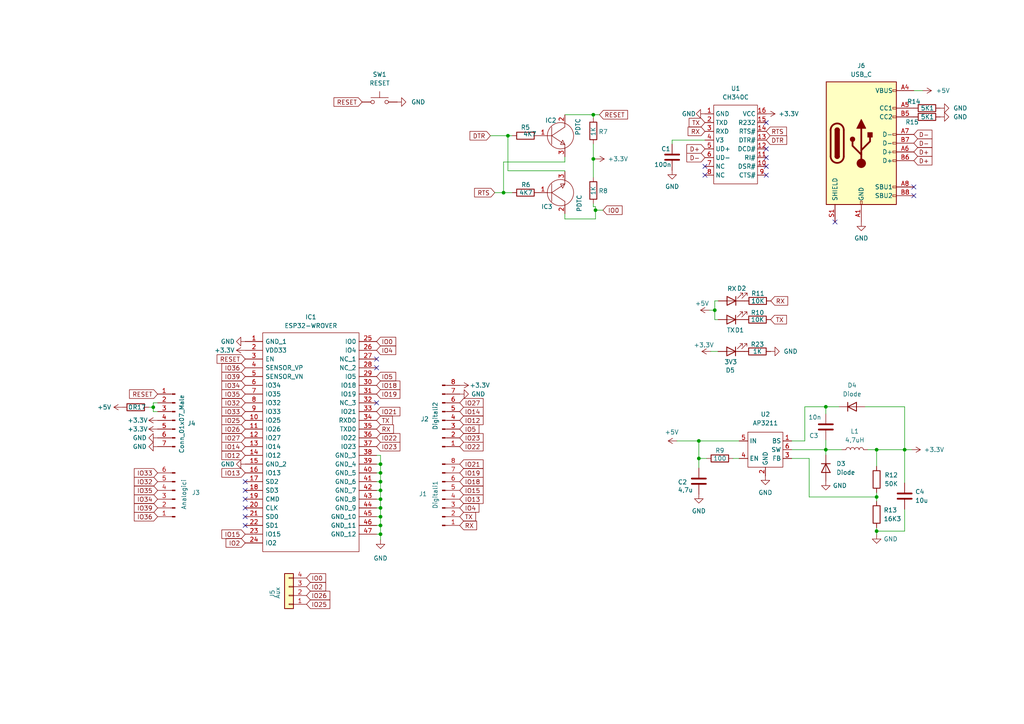
<source format=kicad_sch>
(kicad_sch (version 20231120) (generator "eeschema") (generator_version "8.0")
  (paper "A4")
  (lib_symbols
    (symbol "Componenti creati:CH340C"
      (property "Reference" "U" (at 0 11.43 0))
      (property "Value" "CH340C" (at 0 8.89 0))
      (symbol "CH340C_0_1"
        (rectangle (start -6.35 7.62) (end 6.35 -15.24))
      )
      (symbol "CH340C_1_1"
        (pin input line (at -8.89 5.08 0) (length 2.54) (name "GND") (number "1"))
        (pin input line (at 8.89 -10.16 180) (length 2.54) (name "DSR#") (number "10"))
        (pin input line (at 8.89 -7.62 180) (length 2.54) (name "RI#") (number "11"))
        (pin input line (at 8.89 -5.08 180) (length 2.54) (name "DCD#") (number "12"))
        (pin input line (at 8.89 -2.54 180) (length 2.54) (name "DTR#") (number "13"))
        (pin input line (at 8.89 0 180) (length 2.54) (name "RTS#") (number "14"))
        (pin input line (at 8.89 2.54 180) (length 2.54) (name "R232") (number "15"))
        (pin input line (at 8.89 5.08 180) (length 2.54) (name "VCC") (number "16"))
        (pin input line (at -8.89 2.54 0) (length 2.54) (name "TXD") (number "2"))
        (pin input line (at -8.89 0 0) (length 2.54) (name "RXD") (number "3"))
        (pin input line (at -8.89 -2.54 0) (length 2.54) (name "V3") (number "4"))
        (pin input line (at -8.89 -5.08 0) (length 2.54) (name "UD+") (number "5"))
        (pin input line (at -8.89 -7.62 0) (length 2.54) (name "UD-") (number "6"))
        (pin input line (at -8.89 -10.16 0) (length 2.54) (name "NC") (number "7"))
        (pin input line (at -8.89 -12.7 0) (length 2.54) (name "NC") (number "8"))
        (pin input line (at 8.89 -12.7 180) (length 2.54) (name "CTS#") (number "9"))
      )
    )
    (symbol "Connector:Conn_01x06_Male" (pin_names (offset 1.016) hide)
      (property "Reference" "J" (at 0 7.62 0))
      (property "Value" "Conn_01x06_Male" (at 0 -10.16 0))
      (symbol "Conn_01x06_Male_1_1"
        (polyline (pts (xy 1.27 -7.62) (xy 0.8636 -7.62)) (stroke (width 0.1524)))
        (polyline (pts (xy 1.27 -5.08) (xy 0.8636 -5.08)) (stroke (width 0.1524)))
        (polyline (pts (xy 1.27 -2.54) (xy 0.8636 -2.54)) (stroke (width 0.1524)))
        (polyline (pts (xy 1.27 0) (xy 0.8636 0)) (stroke (width 0.1524)))
        (polyline (pts (xy 1.27 2.54) (xy 0.8636 2.54)) (stroke (width 0.1524)))
        (polyline (pts (xy 1.27 5.08) (xy 0.8636 5.08)) (stroke (width 0.1524)))
        (rectangle (start 0.8636 -7.493) (end 0 -7.747) (stroke (width 0.1524)) (fill (type outline)))
        (rectangle (start 0.8636 -4.953) (end 0 -5.207) (stroke (width 0.1524)) (fill (type outline)))
        (rectangle (start 0.8636 -2.413) (end 0 -2.667) (stroke (width 0.1524)) (fill (type outline)))
        (rectangle (start 0.8636 0.127) (end 0 -0.127) (stroke (width 0.1524)) (fill (type outline)))
        (rectangle (start 0.8636 2.667) (end 0 2.413) (stroke (width 0.1524)) (fill (type outline)))
        (rectangle (start 0.8636 5.207) (end 0 4.953) (stroke (width 0.1524)) (fill (type outline)))
        (pin passive line (at 5.08 5.08 180) (length 3.81) (name "Pin_1") (number "1"))
        (pin passive line (at 5.08 2.54 180) (length 3.81) (name "Pin_2") (number "2"))
        (pin passive line (at 5.08 0 180) (length 3.81) (name "Pin_3") (number "3"))
        (pin passive line (at 5.08 -2.54 180) (length 3.81) (name "Pin_4") (number "4"))
        (pin passive line (at 5.08 -5.08 180) (length 3.81) (name "Pin_5") (number "5"))
        (pin passive line (at 5.08 -7.62 180) (length 3.81) (name "Pin_6") (number "6"))
      )
    )
    (symbol "Connector:Conn_01x07_Male" (pin_names (offset 1.016) hide)
      (property "Reference" "J" (at 0 10.16 0))
      (property "Value" "Conn_01x07_Male" (at 0 -10.16 0))
      (symbol "Conn_01x07_Male_1_1"
        (polyline (pts (xy 1.27 -7.62) (xy 0.8636 -7.62)) (stroke (width 0.1524)))
        (polyline (pts (xy 1.27 -5.08) (xy 0.8636 -5.08)) (stroke (width 0.1524)))
        (polyline (pts (xy 1.27 -2.54) (xy 0.8636 -2.54)) (stroke (width 0.1524)))
        (polyline (pts (xy 1.27 0) (xy 0.8636 0)) (stroke (width 0.1524)))
        (polyline (pts (xy 1.27 2.54) (xy 0.8636 2.54)) (stroke (width 0.1524)))
        (polyline (pts (xy 1.27 5.08) (xy 0.8636 5.08)) (stroke (width 0.1524)))
        (polyline (pts (xy 1.27 7.62) (xy 0.8636 7.62)) (stroke (width 0.1524)))
        (rectangle (start 0.8636 -7.493) (end 0 -7.747) (stroke (width 0.1524)) (fill (type outline)))
        (rectangle (start 0.8636 -4.953) (end 0 -5.207) (stroke (width 0.1524)) (fill (type outline)))
        (rectangle (start 0.8636 -2.413) (end 0 -2.667) (stroke (width 0.1524)) (fill (type outline)))
        (rectangle (start 0.8636 0.127) (end 0 -0.127) (stroke (width 0.1524)) (fill (type outline)))
        (rectangle (start 0.8636 2.667) (end 0 2.413) (stroke (width 0.1524)) (fill (type outline)))
        (rectangle (start 0.8636 5.207) (end 0 4.953) (stroke (width 0.1524)) (fill (type outline)))
        (rectangle (start 0.8636 7.747) (end 0 7.493) (stroke (width 0.1524)) (fill (type outline)))
        (pin passive line (at 5.08 7.62 180) (length 3.81) (name "Pin_1") (number "1"))
        (pin passive line (at 5.08 5.08 180) (length 3.81) (name "Pin_2") (number "2"))
        (pin passive line (at 5.08 2.54 180) (length 3.81) (name "Pin_3") (number "3"))
        (pin passive line (at 5.08 0 180) (length 3.81) (name "Pin_4") (number "4"))
        (pin passive line (at 5.08 -2.54 180) (length 3.81) (name "Pin_5") (number "5"))
        (pin passive line (at 5.08 -5.08 180) (length 3.81) (name "Pin_6") (number "6"))
        (pin passive line (at 5.08 -7.62 180) (length 3.81) (name "Pin_7") (number "7"))
      )
    )
    (symbol "Connector:Conn_01x08_Male" (pin_names (offset 1.016) hide)
      (property "Reference" "J" (at 0 10.16 0))
      (property "Value" "Conn_01x08_Male" (at 0 -12.7 0))
      (symbol "Conn_01x08_Male_1_1"
        (polyline (pts (xy 1.27 -10.16) (xy 0.8636 -10.16)) (stroke (width 0.1524)))
        (polyline (pts (xy 1.27 -7.62) (xy 0.8636 -7.62)) (stroke (width 0.1524)))
        (polyline (pts (xy 1.27 -5.08) (xy 0.8636 -5.08)) (stroke (width 0.1524)))
        (polyline (pts (xy 1.27 -2.54) (xy 0.8636 -2.54)) (stroke (width 0.1524)))
        (polyline (pts (xy 1.27 0) (xy 0.8636 0)) (stroke (width 0.1524)))
        (polyline (pts (xy 1.27 2.54) (xy 0.8636 2.54)) (stroke (width 0.1524)))
        (polyline (pts (xy 1.27 5.08) (xy 0.8636 5.08)) (stroke (width 0.1524)))
        (polyline (pts (xy 1.27 7.62) (xy 0.8636 7.62)) (stroke (width 0.1524)))
        (rectangle (start 0.8636 -10.033) (end 0 -10.287) (stroke (width 0.1524)) (fill (type outline)))
        (rectangle (start 0.8636 -7.493) (end 0 -7.747) (stroke (width 0.1524)) (fill (type outline)))
        (rectangle (start 0.8636 -4.953) (end 0 -5.207) (stroke (width 0.1524)) (fill (type outline)))
        (rectangle (start 0.8636 -2.413) (end 0 -2.667) (stroke (width 0.1524)) (fill (type outline)))
        (rectangle (start 0.8636 0.127) (end 0 -0.127) (stroke (width 0.1524)) (fill (type outline)))
        (rectangle (start 0.8636 2.667) (end 0 2.413) (stroke (width 0.1524)) (fill (type outline)))
        (rectangle (start 0.8636 5.207) (end 0 4.953) (stroke (width 0.1524)) (fill (type outline)))
        (rectangle (start 0.8636 7.747) (end 0 7.493) (stroke (width 0.1524)) (fill (type outline)))
        (pin passive line (at 5.08 7.62 180) (length 3.81) (name "Pin_1") (number "1"))
        (pin passive line (at 5.08 5.08 180) (length 3.81) (name "Pin_2") (number "2"))
        (pin passive line (at 5.08 2.54 180) (length 3.81) (name "Pin_3") (number "3"))
        (pin passive line (at 5.08 0 180) (length 3.81) (name "Pin_4") (number "4"))
        (pin passive line (at 5.08 -2.54 180) (length 3.81) (name "Pin_5") (number "5"))
        (pin passive line (at 5.08 -5.08 180) (length 3.81) (name "Pin_6") (number "6"))
        (pin passive line (at 5.08 -7.62 180) (length 3.81) (name "Pin_7") (number "7"))
        (pin passive line (at 5.08 -10.16 180) (length 3.81) (name "Pin_8") (number "8"))
      )
    )
    (symbol "Connector:USB_C_Receptacle_USB2.0" (pin_names (offset 1.016))
      (property "Reference" "J" (at -10.16 19.05 0))
      (property "Value" "USB_C_Receptacle_USB2.0" (at 19.05 19.05 0))
      (symbol "USB_C_Receptacle_USB2.0_0_0"
        (rectangle (start -0.254 -17.78) (end 0.254 -16.764))
        (rectangle (start 10.16 -14.986) (end 9.144 -15.494))
        (rectangle (start 10.16 -12.446) (end 9.144 -12.954))
        (rectangle (start 10.16 -4.826) (end 9.144 -5.334))
        (rectangle (start 10.16 -2.286) (end 9.144 -2.794))
        (rectangle (start 10.16 0.254) (end 9.144 -0.254))
        (rectangle (start 10.16 2.794) (end 9.144 2.286))
        (rectangle (start 10.16 7.874) (end 9.144 7.366))
        (rectangle (start 10.16 10.414) (end 9.144 9.906))
        (rectangle (start 10.16 15.494) (end 9.144 14.986))
      )
      (symbol "USB_C_Receptacle_USB2.0_0_1"
        (rectangle (start -10.16 17.78) (end 10.16 -17.78) (stroke (width 0.254)) (fill (type background)))
        (arc (start -8.89 -3.81) (mid -6.985 -5.7066) (end -5.08 -3.81) (stroke (width 0.508)))
        (arc (start -7.62 -3.81) (mid -6.985 -4.4422) (end -6.35 -3.81) (stroke (width 0.254)))
        (arc (start -7.62 -3.81) (mid -6.985 -4.4422) (end -6.35 -3.81) (stroke (width 0.254)) (fill (type outline)))
        (rectangle (start -7.62 -3.81) (end -6.35 3.81) (stroke (width 0.254)) (fill (type outline)))
        (arc (start -6.35 3.81) (mid -6.985 4.4422) (end -7.62 3.81) (stroke (width 0.254)))
        (arc (start -6.35 3.81) (mid -6.985 4.4422) (end -7.62 3.81) (stroke (width 0.254)) (fill (type outline)))
        (arc (start -5.08 3.81) (mid -6.985 5.7066) (end -8.89 3.81) (stroke (width 0.508)))
        (circle (center -2.54 1.143) (radius 0.635) (stroke (width 0.254)) (fill (type outline)))
        (circle (center 0 -5.842) (radius 1.27) (fill (type outline)))
        (polyline (pts (xy -8.89 -3.81) (xy -8.89 3.81)) (stroke (width 0.508)))
        (polyline (pts (xy -5.08 3.81) (xy -5.08 -3.81)) (stroke (width 0.508)))
        (polyline (pts (xy 0 -5.842) (xy 0 4.318)) (stroke (width 0.508)))
        (polyline (pts (xy 0 -3.302) (xy -2.54 -0.762) (xy -2.54 0.508)) (stroke (width 0.508)))
        (polyline (pts (xy 0 -2.032) (xy 2.54 0.508) (xy 2.54 1.778)) (stroke (width 0.508)))
        (polyline (pts (xy -1.27 4.318) (xy 0 6.858) (xy 1.27 4.318) (xy -1.27 4.318)) (stroke (width 0.254)) (fill (type outline)))
        (rectangle (start 1.905 1.778) (end 3.175 3.048) (stroke (width 0.254)) (fill (type outline)))
      )
      (symbol "USB_C_Receptacle_USB2.0_1_1"
        (pin passive line (at 0 -22.86 90) (length 5.08) (name "GND") (number "A1"))
        (pin passive line (at 0 -22.86 90) (length 5.08) hide (name "GND") (number "A12"))
        (pin passive line (at 15.24 15.24 180) (length 5.08) (name "VBUS") (number "A4"))
        (pin bidirectional line (at 15.24 10.16 180) (length 5.08) (name "CC1") (number "A5"))
        (pin bidirectional line (at 15.24 -2.54 180) (length 5.08) (name "D+") (number "A6"))
        (pin bidirectional line (at 15.24 2.54 180) (length 5.08) (name "D-") (number "A7"))
        (pin bidirectional line (at 15.24 -12.7 180) (length 5.08) (name "SBU1") (number "A8"))
        (pin passive line (at 15.24 15.24 180) (length 5.08) hide (name "VBUS") (number "A9"))
        (pin passive line (at 0 -22.86 90) (length 5.08) hide (name "GND") (number "B1"))
        (pin passive line (at 0 -22.86 90) (length 5.08) hide (name "GND") (number "B12"))
        (pin passive line (at 15.24 15.24 180) (length 5.08) hide (name "VBUS") (number "B4"))
        (pin bidirectional line (at 15.24 7.62 180) (length 5.08) (name "CC2") (number "B5"))
        (pin bidirectional line (at 15.24 -5.08 180) (length 5.08) (name "D+") (number "B6"))
        (pin bidirectional line (at 15.24 0 180) (length 5.08) (name "D-") (number "B7"))
        (pin bidirectional line (at 15.24 -15.24 180) (length 5.08) (name "SBU2") (number "B8"))
        (pin passive line (at 15.24 15.24 180) (length 5.08) hide (name "VBUS") (number "B9"))
        (pin passive line (at -7.62 -22.86 90) (length 5.08) (name "SHIELD") (number "S1"))
      )
    )
    (symbol "Connector_Generic:Conn_01x04" (pin_names (offset 1.016) hide)
      (property "Reference" "J" (at 0 5.08 0))
      (property "Value" "Conn_01x04" (at 0 -7.62 0))
      (symbol "Conn_01x04_1_1"
        (rectangle (start -1.27 -4.953) (end 0 -5.207) (stroke (width 0.1524)))
        (rectangle (start -1.27 -2.413) (end 0 -2.667) (stroke (width 0.1524)))
        (rectangle (start -1.27 0.127) (end 0 -0.127) (stroke (width 0.1524)))
        (rectangle (start -1.27 2.667) (end 0 2.413) (stroke (width 0.1524)))
        (rectangle (start -1.27 3.81) (end 1.27 -6.35) (stroke (width 0.254)) (fill (type background)))
        (pin passive line (at -5.08 2.54 0) (length 3.81) (name "Pin_1") (number "1"))
        (pin passive line (at -5.08 0 0) (length 3.81) (name "Pin_2") (number "2"))
        (pin passive line (at -5.08 -2.54 0) (length 3.81) (name "Pin_3") (number "3"))
        (pin passive line (at -5.08 -5.08 0) (length 3.81) (name "Pin_4") (number "4"))
      )
    )
    (symbol "Creati:AP3211"
      (property "Reference" "U" (at 0 10.16 0))
      (property "Value" "AP3211" (at 0 7.62 0))
      (symbol "AP3211_0_1"
        (rectangle (start -5.08 5.08) (end 5.08 -5.08))
      )
      (symbol "AP3211_1_1"
        (pin input line (at 7.62 2.54 180) (length 2.54) (name "BS") (number "1"))
        (pin input line (at 0 -7.62 90) (length 2.54) (name "GND") (number "2"))
        (pin input line (at 7.62 -2.54 180) (length 2.54) (name "FB") (number "3"))
        (pin input line (at -7.62 -2.54 0) (length 2.54) (name "EN") (number "4"))
        (pin input line (at -7.62 2.54 0) (length 2.54) (name "IN") (number "5"))
        (pin input line (at 7.62 0 180) (length 2.54) (name "SW") (number "6"))
      )
    )
    (symbol "Device:C" (pin_numbers hide) (pin_names (offset 0.254))
      (property "Reference" "C" (at 0.635 2.54 0))
      (property "Value" "C" (at 0.635 -2.54 0))
      (symbol "C_0_1"
        (polyline (pts (xy -2.032 -0.762) (xy 2.032 -0.762)) (stroke (width 0.508)))
        (polyline (pts (xy -2.032 0.762) (xy 2.032 0.762)) (stroke (width 0.508)))
      )
      (symbol "C_1_1"
        (pin passive line (at 0 3.81 270) (length 2.794) (name "~") (number "1"))
        (pin passive line (at 0 -3.81 90) (length 2.794) (name "~") (number "2"))
      )
    )
    (symbol "Device:L" (pin_numbers hide) (pin_names (offset 1.016) hide)
      (property "Reference" "L" (at -1.27 0 90))
      (property "Value" "L" (at 1.905 0 90))
      (symbol "L_0_1"
        (arc (start 0 -2.54) (mid 0.6323 -1.905) (end 0 -1.27))
        (arc (start 0 -1.27) (mid 0.6323 -0.635) (end 0 0))
        (arc (start 0 0) (mid 0.6323 0.635) (end 0 1.27))
        (arc (start 0 1.27) (mid 0.6323 1.905) (end 0 2.54))
      )
      (symbol "L_1_1"
        (pin passive line (at 0 3.81 270) (length 1.27) (name "1") (number "1"))
        (pin passive line (at 0 -3.81 90) (length 1.27) (name "2") (number "2"))
      )
    )
    (symbol "Device:LED" (pin_numbers hide) (pin_names (offset 1.016) hide)
      (property "Reference" "D" (at 0 2.54 0))
      (property "Value" "LED" (at 0 -2.54 0))
      (symbol "LED_0_1"
        (polyline (pts (xy -1.27 -1.27) (xy -1.27 1.27)) (stroke (width 0.254)))
        (polyline (pts (xy -1.27 0) (xy 1.27 0)))
        (polyline (pts (xy 1.27 -1.27) (xy 1.27 1.27) (xy -1.27 0) (xy 1.27 -1.27)) (stroke (width 0.254)))
        (polyline (pts (xy -3.048 -0.762) (xy -4.572 -2.286) (xy -3.81 -2.286) (xy -4.572 -2.286) (xy -4.572 -1.524)))
        (polyline (pts (xy -1.778 -0.762) (xy -3.302 -2.286) (xy -2.54 -2.286) (xy -3.302 -2.286) (xy -3.302 -1.524)))
      )
      (symbol "LED_1_1"
        (pin passive line (at -3.81 0 0) (length 2.54) (name "K") (number "1"))
        (pin passive line (at 3.81 0 180) (length 2.54) (name "A") (number "2"))
      )
    )
    (symbol "Device:R" (pin_numbers hide) (pin_names (offset 0))
      (property "Reference" "R" (at 2.032 0 90))
      (property "Value" "R" (at 0 0 90))
      (symbol "R_0_1"
        (rectangle (start -1.016 -2.54) (end 1.016 2.54) (stroke (width 0.254)))
      )
      (symbol "R_1_1"
        (pin passive line (at 0 3.81 270) (length 1.27) (name "~") (number "1"))
        (pin passive line (at 0 -3.81 90) (length 1.27) (name "~") (number "2"))
      )
    )
    (symbol "ESP32-Wrover-B:ESP32-WROVER-B__8MB_" (pin_names (offset 0.762))
      (property "Reference" "IC" (at 34.29 7.62 0))
      (property "Value" "ESP32-WROVER-B__8MB_" (at 34.29 5.08 0))
      (symbol "ESP32-WROVER-B__8MB__0_0"
        (pin passive line (at 0 0 0) (length 5.08) (name "GND_1") (number "1"))
        (pin passive line (at 0 -22.86 0) (length 5.08) (name "IO25") (number "10"))
        (pin passive line (at 0 -25.4 0) (length 5.08) (name "IO26") (number "11"))
        (pin passive line (at 0 -27.94 0) (length 5.08) (name "IO27") (number "12"))
        (pin passive line (at 0 -30.48 0) (length 5.08) (name "IO14") (number "13"))
        (pin passive line (at 0 -33.02 0) (length 5.08) (name "IO12") (number "14"))
        (pin passive line (at 0 -35.56 0) (length 5.08) (name "GND_2") (number "15"))
        (pin passive line (at 0 -38.1 0) (length 5.08) (name "IO13") (number "16"))
        (pin passive line (at 0 -40.64 0) (length 5.08) (name "SD2") (number "17"))
        (pin passive line (at 0 -43.18 0) (length 5.08) (name "SD3") (number "18"))
        (pin passive line (at 0 -45.72 0) (length 5.08) (name "CMD") (number "19"))
        (pin passive line (at 0 -2.54 0) (length 5.08) (name "VDD33") (number "2"))
        (pin passive line (at 0 -48.26 0) (length 5.08) (name "CLK") (number "20"))
        (pin passive line (at 0 -50.8 0) (length 5.08) (name "SD0") (number "21"))
        (pin passive line (at 0 -53.34 0) (length 5.08) (name "SD1") (number "22"))
        (pin passive line (at 0 -55.88 0) (length 5.08) (name "IO15") (number "23"))
        (pin passive line (at 0 -58.42 0) (length 5.08) (name "IO2") (number "24"))
        (pin passive line (at 38.1 0 180) (length 5.08) (name "IO0") (number "25"))
        (pin passive line (at 38.1 -2.54 180) (length 5.08) (name "IO4") (number "26"))
        (pin passive line (at 38.1 -5.08 180) (length 5.08) (name "NC_1") (number "27"))
        (pin passive line (at 38.1 -7.62 180) (length 5.08) (name "NC_2") (number "28"))
        (pin passive line (at 38.1 -10.16 180) (length 5.08) (name "IO5") (number "29"))
        (pin passive line (at 0 -5.08 0) (length 5.08) (name "EN") (number "3"))
        (pin passive line (at 38.1 -12.7 180) (length 5.08) (name "IO18") (number "30"))
        (pin passive line (at 38.1 -15.24 180) (length 5.08) (name "IO19") (number "31"))
        (pin passive line (at 38.1 -17.78 180) (length 5.08) (name "NC_3") (number "32"))
        (pin passive line (at 38.1 -20.32 180) (length 5.08) (name "IO21") (number "33"))
        (pin passive line (at 38.1 -22.86 180) (length 5.08) (name "RXD0") (number "34"))
        (pin passive line (at 38.1 -25.4 180) (length 5.08) (name "TXD0") (number "35"))
        (pin passive line (at 38.1 -27.94 180) (length 5.08) (name "IO22") (number "36"))
        (pin passive line (at 38.1 -30.48 180) (length 5.08) (name "IO23") (number "37"))
        (pin passive line (at 38.1 -33.02 180) (length 5.08) (name "GND_3") (number "38"))
        (pin passive line (at 38.1 -35.56 180) (length 5.08) (name "GND_4") (number "39"))
        (pin passive line (at 0 -7.62 0) (length 5.08) (name "SENSOR_VP") (number "4"))
        (pin passive line (at 38.1 -38.1 180) (length 5.08) (name "GND_5") (number "40"))
        (pin passive line (at 38.1 -40.64 180) (length 5.08) (name "GND_6") (number "41"))
        (pin passive line (at 38.1 -43.18 180) (length 5.08) (name "GND_7") (number "42"))
        (pin passive line (at 38.1 -45.72 180) (length 5.08) (name "GND_8") (number "43"))
        (pin passive line (at 38.1 -48.26 180) (length 5.08) (name "GND_9") (number "44"))
        (pin passive line (at 38.1 -50.8 180) (length 5.08) (name "GND_10") (number "45"))
        (pin passive line (at 38.1 -53.34 180) (length 5.08) (name "GND_11") (number "46"))
        (pin passive line (at 38.1 -55.88 180) (length 5.08) (name "GND_12") (number "47"))
        (pin passive line (at 0 -10.16 0) (length 5.08) (name "SENSOR_VN") (number "5"))
        (pin passive line (at 0 -12.7 0) (length 5.08) (name "IO34") (number "6"))
        (pin passive line (at 0 -15.24 0) (length 5.08) (name "IO35") (number "7"))
        (pin passive line (at 0 -17.78 0) (length 5.08) (name "IO32") (number "8"))
        (pin passive line (at 0 -20.32 0) (length 5.08) (name "IO33") (number "9"))
      )
      (symbol "ESP32-WROVER-B__8MB__0_1"
        (polyline (pts (xy 5.08 2.54) (xy 33.02 2.54) (xy 33.02 -60.96) (xy 5.08 -60.96) (xy 5.08 2.54)) (stroke (width 0.1524)))
      )
    )
    (symbol "PDTC:PDTC143EU" (pin_names (offset 0.762))
      (property "Reference" "IC" (at 4.318 1.778 0))
      (property "Value" "PDTC143EU" (at 4.318 -0.762 0))
      (symbol "PDTC143EU_0_0"
        (pin passive line (at -6.35 0 0) (length 2.54) (name "") (number "1"))
        (pin passive line (at 1.27 -6.096 90) (length 2.54) (name "") (number "2"))
        (pin passive line (at 1.27 6.096 270) (length 2.54) (name "") (number "3"))
      )
      (symbol "PDTC143EU_0_1"
        (polyline (pts (xy -2.54 0) (xy -3.81 0)))
        (polyline (pts (xy -2.54 0) (xy 1.27 -2.54)))
        (polyline (pts (xy -2.54 0) (xy 1.27 2.54)))
        (polyline (pts (xy -2.54 2.54) (xy -2.54 -2.54)))
        (polyline (pts (xy 1.27 -2.54) (xy 1.27 -3.556)))
        (polyline (pts (xy 1.27 2.54) (xy 1.27 3.556)))
        (polyline (pts (xy 1.27 2.54) (xy 0.635 1.27) (xy 0 2.54) (xy 1.27 2.54)))
        (circle (center 0 0) (radius 3.81))
      )
    )
    (symbol "Simulation_SPICE:DIODE" (pin_numbers hide) (pin_names (offset 1.016) hide)
      (property "Reference" "D" (at 0 2.54 0))
      (property "Value" "DIODE" (at 0 -2.54 0))
      (symbol "DIODE_0_1"
        (polyline (pts (xy 1.27 0) (xy -1.27 0)))
        (polyline (pts (xy 1.27 1.27) (xy 1.27 -1.27)) (stroke (width 0.254)))
        (polyline (pts (xy -1.27 -1.27) (xy -1.27 1.27) (xy 1.27 0) (xy -1.27 -1.27)) (stroke (width 0.254)))
      )
      (symbol "DIODE_1_1"
        (pin passive line (at -3.81 0 0) (length 2.54) (name "A") (number "1"))
        (pin passive line (at 3.81 0 180) (length 2.54) (name "K") (number "2"))
      )
    )
    (symbol "Switch:SW_Push" (pin_numbers hide) (pin_names (offset 1.016) hide)
      (property "Reference" "SW" (at 1.27 2.54 0))
      (property "Value" "SW_Push" (at 0 -1.524 0))
      (symbol "SW_Push_0_1"
        (circle (center -2.032 0) (radius 0.508))
        (polyline (pts (xy 0 1.27) (xy 0 3.048)))
        (polyline (pts (xy 2.54 1.27) (xy -2.54 1.27)))
        (circle (center 2.032 0) (radius 0.508))
        (pin passive line (at -5.08 0 0) (length 2.54) (name "1") (number "1"))
        (pin passive line (at 5.08 0 180) (length 2.54) (name "2") (number "2"))
      )
    )
    (symbol "power:+3.3V" (power) (pin_names (offset 0))
      (property "Value" "+3.3V" (at 0 3.556 0))
      (symbol "+3.3V_0_1"
        (polyline (pts (xy -0.762 1.27) (xy 0 2.54)))
        (polyline (pts (xy 0 0) (xy 0 2.54)))
        (polyline (pts (xy 0 2.54) (xy 0.762 1.27)))
      )
      (symbol "+3.3V_1_1"
        (pin power_in line (at 0 0 90) (length 0) hide (name "+3.3V") (number "1"))
      )
    )
    (symbol "power:+5V" (power) (pin_names (offset 0))
      (property "Value" "+5V" (at 0 3.556 0))
      (symbol "+5V_0_1"
        (polyline (pts (xy -0.762 1.27) (xy 0 2.54)))
        (polyline (pts (xy 0 0) (xy 0 2.54)))
        (polyline (pts (xy 0 2.54) (xy 0.762 1.27)))
      )
      (symbol "+5V_1_1"
        (pin power_in line (at 0 0 90) (length 0) hide (name "+5V") (number "1"))
      )
    )
    (symbol "power:GND" (power) (pin_names (offset 0))
      (property "Value" "GND" (at 0 -3.81 0))
      (symbol "GND_0_1"
        (polyline (pts (xy 0 0) (xy 0 -1.27) (xy 1.27 -1.27) (xy 0 -2.54) (xy -1.27 -1.27) (xy 0 -1.27)))
      )
      (symbol "GND_1_1"
        (pin power_in line (at 0 0 270) (length 0) hide (name "GND") (number "1"))
      )
    )
  )
  (junction (at 202.692 127.889))
  (junction (at 110.363 142.24))
  (junction (at 147.32 39.37))
  (junction (at 110.363 152.4))
  (junction (at 239.522 117.983))
  (junction (at 172.72 60.96))
  (junction (at 254.254 130.429))
  (junction (at 262.382 130.429))
  (junction (at 172.085 33.274))
  (junction (at 202.692 132.969))
  (junction (at 110.363 144.78))
  (junction (at 44.45 118.11))
  (junction (at 110.363 139.7))
  (junction (at 110.363 149.86))
  (junction (at 254.254 144.145))
  (junction (at 110.363 134.62))
  (junction (at 254.254 154.051))
  (junction (at 146.05 55.88))
  (junction (at 110.363 154.94))
  (junction (at 172.085 46.101))
  (junction (at 110.363 137.16))
  (junction (at 239.522 130.429))
  (junction (at 207.3148 89.9668))
  (junction (at 110.363 147.32))
  (no_connect (at 109.22 116.84))
  (no_connect (at 71.12 142.24))
  (no_connect (at 242.189 64.389))
  (no_connect (at 222.25 50.8))
  (no_connect (at 265.049 54.229))
  (no_connect (at 204.47 48.26))
  (no_connect (at 222.25 43.18))
  (no_connect (at 222.25 45.72))
  (no_connect (at 222.25 48.26))
  (no_connect (at 71.12 144.78))
  (no_connect (at 265.049 56.769))
  (no_connect (at 109.22 106.68))
  (no_connect (at 71.12 147.32))
  (no_connect (at 204.47 50.8))
  (no_connect (at 222.25 35.56))
  (no_connect (at 71.12 152.4))
  (no_connect (at 71.12 149.86))
  (no_connect (at 71.12 139.7))
  (no_connect (at 109.22 104.14))
  (wire (pts (xy 172.72 59.944) (xy 172.085 59.944)))
  (wire (pts (xy 196.342 127.889) (xy 202.692 127.889)))
  (wire (pts (xy 109.22 149.86) (xy 110.363 149.86)))
  (wire (pts (xy 243.332 117.983) (xy 239.522 117.983)))
  (wire (pts (xy 110.363 147.32) (xy 110.363 149.86)))
  (wire (pts (xy 110.363 149.86) (xy 110.363 152.4)))
  (wire (pts (xy 262.382 130.429) (xy 264.414 130.429)))
  (wire (pts (xy 233.426 117.983) (xy 239.522 117.983)))
  (wire (pts (xy 233.426 127.889) (xy 233.426 117.983)))
  (wire (pts (xy 254.254 144.145) (xy 254.254 145.415)))
  (wire (pts (xy 262.382 154.051) (xy 254.254 154.051)))
  (wire (pts (xy 110.363 142.24) (xy 110.363 144.78)))
  (wire (pts (xy 234.696 132.969) (xy 234.696 144.145)))
  (wire (pts (xy 110.363 139.7) (xy 110.363 142.24)))
  (wire (pts (xy 43.18 118.11) (xy 44.45 118.11)))
  (wire (pts (xy 109.22 152.4) (xy 110.363 152.4)))
  (wire (pts (xy 110.363 154.94) (xy 110.363 156.591)))
  (wire (pts (xy 207.3148 89.9668) (xy 207.3148 92.71)))
  (wire (pts (xy 262.382 130.429) (xy 254.254 130.429)))
  (wire (pts (xy 44.45 116.84) (xy 44.45 118.11)))
  (wire (pts (xy 207.3148 87.2744) (xy 207.3148 89.9668)))
  (wire (pts (xy 44.45 119.38) (xy 45.72 119.38)))
  (wire (pts (xy 204.978 132.969) (xy 202.692 132.969)))
  (wire (pts (xy 146.05 46.99) (xy 146.05 55.88)))
  (wire (pts (xy 208.3308 87.2744) (xy 207.3148 87.2744)))
  (wire (pts (xy 254.254 154.051) (xy 254.254 153.035)))
  (wire (pts (xy 110.363 152.4) (xy 110.363 154.94)))
  (wire (pts (xy 239.522 117.983) (xy 239.522 120.015)))
  (wire (pts (xy 172.085 46.101) (xy 172.72 46.101)))
  (wire (pts (xy 172.72 60.96) (xy 172.72 63.5)))
  (wire (pts (xy 172.085 41.783) (xy 172.085 46.101)))
  (wire (pts (xy 234.696 144.145) (xy 254.254 144.145)))
  (wire (pts (xy 229.616 132.969) (xy 234.696 132.969)))
  (wire (pts (xy 109.22 134.62) (xy 110.363 134.62)))
  (wire (pts (xy 172.72 63.5) (xy 163.83 63.5)))
  (wire (pts (xy 202.692 132.969) (xy 202.692 135.763)))
  (wire (pts (xy 163.83 61.976) (xy 163.83 63.5)))
  (wire (pts (xy 229.616 127.889) (xy 233.426 127.889)))
  (wire (pts (xy 142.24 39.37) (xy 147.32 39.37)))
  (wire (pts (xy 239.522 130.429) (xy 244.094 130.429)))
  (wire (pts (xy 163.83 49.53) (xy 163.83 49.784)))
  (wire (pts (xy 202.692 132.969) (xy 202.692 127.889)))
  (wire (pts (xy 109.22 144.78) (xy 110.363 144.78)))
  (wire (pts (xy 262.382 140.081) (xy 262.382 130.429)))
  (wire (pts (xy 109.22 147.32) (xy 110.363 147.32)))
  (wire (pts (xy 147.32 39.37) (xy 148.59 39.37)))
  (wire (pts (xy 110.363 137.16) (xy 110.363 139.7)))
  (wire (pts (xy 208.2546 101.9302) (xy 206.1464 101.9302)))
  (wire (pts (xy 109.22 137.16) (xy 110.363 137.16)))
  (wire (pts (xy 163.83 45.466) (xy 163.83 46.99)))
  (wire (pts (xy 254.254 130.429) (xy 251.714 130.429)))
  (wire (pts (xy 110.363 132.08) (xy 110.363 134.62)))
  (wire (pts (xy 109.22 142.24) (xy 110.363 142.24)))
  (wire (pts (xy 262.382 147.701) (xy 262.382 154.051)))
  (wire (pts (xy 172.085 33.274) (xy 172.085 34.163)))
  (wire (pts (xy 265.049 26.289) (xy 267.6144 26.289)))
  (wire (pts (xy 254.254 155.067) (xy 254.254 154.051)))
  (wire (pts (xy 262.382 117.983) (xy 262.382 130.429)))
  (wire (pts (xy 212.598 132.969) (xy 214.376 132.969)))
  (wire (pts (xy 214.376 127.889) (xy 202.692 127.889)))
  (wire (pts (xy 239.522 130.429) (xy 239.522 131.953)))
  (wire (pts (xy 109.22 154.94) (xy 110.363 154.94)))
  (wire (pts (xy 163.83 49.53) (xy 147.32 49.53)))
  (wire (pts (xy 204.47 40.64) (xy 194.945 40.64)))
  (wire (pts (xy 205.74 89.9668) (xy 207.3148 89.9668)))
  (wire (pts (xy 254.254 142.875) (xy 254.254 144.145)))
  (wire (pts (xy 110.363 134.62) (xy 110.363 137.16)))
  (wire (pts (xy 110.363 144.78) (xy 110.363 147.32)))
  (wire (pts (xy 45.72 116.84) (xy 44.45 116.84)))
  (wire (pts (xy 147.32 39.37) (xy 147.32 49.53)))
  (wire (pts (xy 163.83 33.274) (xy 172.085 33.274)))
  (wire (pts (xy 172.085 59.944) (xy 172.085 59.055)))
  (wire (pts (xy 207.3148 92.71) (xy 208.28 92.71)))
  (wire (pts (xy 254.254 135.255) (xy 254.254 130.429)))
  (wire (pts (xy 143.51 55.88) (xy 146.05 55.88)))
  (wire (pts (xy 44.45 118.11) (xy 44.45 119.38)))
  (wire (pts (xy 109.22 132.08) (xy 110.363 132.08)))
  (wire (pts (xy 163.83 46.99) (xy 146.05 46.99)))
  (wire (pts (xy 250.952 117.983) (xy 262.382 117.983)))
  (wire (pts (xy 239.522 127.635) (xy 239.522 130.429)))
  (wire (pts (xy 229.616 130.429) (xy 239.522 130.429)))
  (wire (pts (xy 194.945 40.64) (xy 194.945 41.783)))
  (wire (pts (xy 172.72 60.96) (xy 172.72 59.944)))
  (wire (pts (xy 172.085 46.101) (xy 172.085 51.435)))
  (wire (pts (xy 109.22 139.7) (xy 110.363 139.7)))
  (wire (pts (xy 172.72 60.96) (xy 174.879 60.96)))
  (wire (pts (xy 172.085 33.274) (xy 173.863 33.274)))
  (wire (pts (xy 146.05 55.88) (xy 148.59 55.88)))
  (global_label "IO0" (shape input) (at 109.22 99.06 0) (property "Intersheetrefs" "${INTERSHEET_REFS}" (effects (hide yes))))
  (global_label "IO32" (shape input) (at 71.12 116.84 180) (property "Intersheetrefs" "${INTERSHEET_REFS}" (effects (hide yes))))
  (global_label "IO12" (shape input) (at 71.12 132.08 180) (property "Intersheetrefs" "${INTERSHEET_REFS}" (effects (hide yes))))
  (global_label "IO36" (shape input) (at 71.12 106.68 180) (property "Intersheetrefs" "${INTERSHEET_REFS}" (effects (hide yes))))
  (global_label "IO4" (shape input) (at 109.22 101.6 0) (property "Intersheetrefs" "${INTERSHEET_REFS}" (effects (hide yes))))
  (global_label "IO5" (shape input) (at 133.35 124.46 0) (property "Intersheetrefs" "${INTERSHEET_REFS}" (effects (hide yes))))
  (global_label "TX" (shape input) (at 133.35 149.86 0) (property "Intersheetrefs" "${INTERSHEET_REFS}" (effects (hide yes))))
  (global_label "IO34" (shape input) (at 45.72 144.78 180) (property "Intersheetrefs" "${INTERSHEET_REFS}" (effects (hide yes))))
  (global_label "DTR" (shape input) (at 142.24 39.37 180) (property "Intersheetrefs" "${INTERSHEET_REFS}" (effects (hide yes))))
  (global_label "D-" (shape input) (at 265.049 38.989 0) (property "Intersheetrefs" "${INTERSHEET_REFS}" (effects (hide yes))))
  (global_label "D-" (shape input) (at 204.47 45.72 180) (property "Intersheetrefs" "${INTERSHEET_REFS}" (effects (hide yes))))
  (global_label "RX" (shape input) (at 204.47 38.1 180) (property "Intersheetrefs" "${INTERSHEET_REFS}" (effects (hide yes))))
  (global_label "IO32" (shape input) (at 45.72 139.7 180) (property "Intersheetrefs" "${INTERSHEET_REFS}" (effects (hide yes))))
  (global_label "IO13" (shape input) (at 133.35 144.78 0) (property "Intersheetrefs" "${INTERSHEET_REFS}" (effects (hide yes))))
  (global_label "IO21" (shape input) (at 133.35 134.62 0) (property "Intersheetrefs" "${INTERSHEET_REFS}" (effects (hide yes))))
  (global_label "IO18" (shape input) (at 133.35 139.7 0) (property "Intersheetrefs" "${INTERSHEET_REFS}" (effects (hide yes))))
  (global_label "IO22" (shape input) (at 109.22 127 0) (property "Intersheetrefs" "${INTERSHEET_REFS}" (effects (hide yes))))
  (global_label "IO27" (shape input) (at 133.35 116.84 0) (property "Intersheetrefs" "${INTERSHEET_REFS}" (effects (hide yes))))
  (global_label "IO14" (shape input) (at 133.35 119.38 0) (property "Intersheetrefs" "${INTERSHEET_REFS}" (effects (hide yes))))
  (global_label "IO39" (shape input) (at 45.72 147.32 180) (property "Intersheetrefs" "${INTERSHEET_REFS}" (effects (hide yes))))
  (global_label "RTS" (shape input) (at 222.25 38.1 0) (property "Intersheetrefs" "${INTERSHEET_REFS}" (effects (hide yes))))
  (global_label "TX" (shape input) (at 223.52 92.71 0) (property "Intersheetrefs" "${INTERSHEET_REFS}" (effects (hide yes))))
  (global_label "IO2" (shape input) (at 88.9 170.18 0) (property "Intersheetrefs" "${INTERSHEET_REFS}" (effects (hide yes))))
  (global_label "IO35" (shape input) (at 71.12 114.3 180) (property "Intersheetrefs" "${INTERSHEET_REFS}" (effects (hide yes))))
  (global_label "IO36" (shape input) (at 45.72 149.86 180) (property "Intersheetrefs" "${INTERSHEET_REFS}" (effects (hide yes))))
  (global_label "IO4" (shape input) (at 133.35 147.32 0) (property "Intersheetrefs" "${INTERSHEET_REFS}" (effects (hide yes))))
  (global_label "TX" (shape input) (at 109.22 121.92 0) (property "Intersheetrefs" "${INTERSHEET_REFS}" (effects (hide yes))))
  (global_label "RESET" (shape input) (at 173.863 33.274 0) (property "Intersheetrefs" "${INTERSHEET_REFS}" (effects (hide yes))))
  (global_label "IO0" (shape input) (at 88.9 167.64 0) (property "Intersheetrefs" "${INTERSHEET_REFS}" (effects (hide yes))))
  (global_label "IO25" (shape input) (at 88.9 175.26 0) (property "Intersheetrefs" "${INTERSHEET_REFS}" (effects (hide yes))))
  (global_label "TX" (shape input) (at 204.47 35.56 180) (property "Intersheetrefs" "${INTERSHEET_REFS}" (effects (hide yes))))
  (global_label "IO12" (shape input) (at 133.35 121.92 0) (property "Intersheetrefs" "${INTERSHEET_REFS}" (effects (hide yes))))
  (global_label "IO23" (shape input) (at 133.35 127 0) (property "Intersheetrefs" "${INTERSHEET_REFS}" (effects (hide yes))))
  (global_label "IO34" (shape input) (at 71.12 111.76 180) (property "Intersheetrefs" "${INTERSHEET_REFS}" (effects (hide yes))))
  (global_label "RX" (shape input) (at 223.5708 87.2744 0) (property "Intersheetrefs" "${INTERSHEET_REFS}" (effects (hide yes))))
  (global_label "D+" (shape input) (at 204.47 43.18 180) (property "Intersheetrefs" "${INTERSHEET_REFS}" (effects (hide yes))))
  (global_label "IO0" (shape input) (at 174.879 60.96 0) (property "Intersheetrefs" "${INTERSHEET_REFS}" (effects (hide yes))))
  (global_label "IO2" (shape input) (at 71.12 157.48 180) (property "Intersheetrefs" "${INTERSHEET_REFS}" (effects (hide yes))))
  (global_label "IO33" (shape input) (at 45.72 137.16 180) (property "Intersheetrefs" "${INTERSHEET_REFS}" (effects (hide yes))))
  (global_label "IO14" (shape input) (at 71.12 129.54 180) (property "Intersheetrefs" "${INTERSHEET_REFS}" (effects (hide yes))))
  (global_label "IO22" (shape input) (at 133.35 129.54 0) (property "Intersheetrefs" "${INTERSHEET_REFS}" (effects (hide yes))))
  (global_label "IO5" (shape input) (at 109.22 109.22 0) (property "Intersheetrefs" "${INTERSHEET_REFS}" (effects (hide yes))))
  (global_label "D+" (shape input) (at 265.049 46.609 0) (property "Intersheetrefs" "${INTERSHEET_REFS}" (effects (hide yes))))
  (global_label "D-" (shape input) (at 265.049 41.529 0) (property "Intersheetrefs" "${INTERSHEET_REFS}" (effects (hide yes))))
  (global_label "IO18" (shape input) (at 109.22 111.76 0) (property "Intersheetrefs" "${INTERSHEET_REFS}" (effects (hide yes))))
  (global_label "IO15" (shape input) (at 71.12 154.94 180) (property "Intersheetrefs" "${INTERSHEET_REFS}" (effects (hide yes))))
  (global_label "IO27" (shape input) (at 71.12 127 180) (property "Intersheetrefs" "${INTERSHEET_REFS}" (effects (hide yes))))
  (global_label "DTR" (shape input) (at 222.25 40.64 0) (property "Intersheetrefs" "${INTERSHEET_REFS}" (effects (hide yes))))
  (global_label "RESET" (shape input) (at 71.12 104.14 180) (property "Intersheetrefs" "${INTERSHEET_REFS}" (effects (hide yes))))
  (global_label "IO33" (shape input) (at 71.12 119.38 180) (property "Intersheetrefs" "${INTERSHEET_REFS}" (effects (hide yes))))
  (global_label "RTS" (shape input) (at 143.51 55.88 180) (property "Intersheetrefs" "${INTERSHEET_REFS}" (effects (hide yes))))
  (global_label "IO15" (shape input) (at 133.35 142.24 0) (property "Intersheetrefs" "${INTERSHEET_REFS}" (effects (hide yes))))
  (global_label "IO13" (shape input) (at 71.12 137.16 180) (property "Intersheetrefs" "${INTERSHEET_REFS}" (effects (hide yes))))
  (global_label "IO26" (shape input) (at 88.9 172.72 0) (property "Intersheetrefs" "${INTERSHEET_REFS}" (effects (hide yes))))
  (global_label "RX" (shape input) (at 109.22 124.46 0) (property "Intersheetrefs" "${INTERSHEET_REFS}" (effects (hide yes))))
  (global_label "IO26" (shape input) (at 71.12 124.46 180) (property "Intersheetrefs" "${INTERSHEET_REFS}" (effects (hide yes))))
  (global_label "IO23" (shape input) (at 109.22 129.54 0) (property "Intersheetrefs" "${INTERSHEET_REFS}" (effects (hide yes))))
  (global_label "IO19" (shape input) (at 109.22 114.3 0) (property "Intersheetrefs" "${INTERSHEET_REFS}" (effects (hide yes))))
  (global_label "IO19" (shape input) (at 133.35 137.16 0) (property "Intersheetrefs" "${INTERSHEET_REFS}" (effects (hide yes))))
  (global_label "IO21" (shape input) (at 109.22 119.38 0) (property "Intersheetrefs" "${INTERSHEET_REFS}" (effects (hide yes))))
  (global_label "RX" (shape input) (at 133.35 152.4 0) (property "Intersheetrefs" "${INTERSHEET_REFS}" (effects (hide yes))))
  (global_label "RESET" (shape input) (at 105.029 29.591 180) (property "Intersheetrefs" "${INTERSHEET_REFS}" (effects (hide yes))))
  (global_label "RESET" (shape input) (at 45.72 114.3 180) (property "Intersheetrefs" "${INTERSHEET_REFS}" (effects (hide yes))))
  (global_label "D+" (shape input) (at 265.049 44.069 0) (property "Intersheetrefs" "${INTERSHEET_REFS}" (effects (hide yes))))
  (global_label "IO39" (shape input) (at 71.12 109.22 180) (property "Intersheetrefs" "${INTERSHEET_REFS}" (effects (hide yes))))
  (global_label "IO25" (shape input) (at 71.12 121.92 180) (property "Intersheetrefs" "${INTERSHEET_REFS}" (effects (hide yes))))
  (global_label "IO35" (shape input) (at 45.72 142.24 180) (property "Intersheetrefs" "${INTERSHEET_REFS}" (effects (hide yes))))
  (symbol (lib_id "power:+3.3V") (at 45.72 124.46 90) (mirror x) (unit 1)
    (property "Reference" "#PWR0115" (effects (hide yes)))
    (property "Value" "+3.3V" (at 36.957 124.46 90) (effects (justify right)))
  )
  (symbol (lib_id "Device:LED") (at 212.1408 87.2744 180) (unit 1)
    (property "Reference" "D2" (at 215.1126 83.6422 0))
    (property "Value" "RX" (at 212.2678 83.7184 0))
    (property "Footprint" "LED_SMD:LED_0805_2012Metric" (effects (hide yes)))
  )
  (symbol (lib_id "Device:R") (at 152.4 55.88 90) (unit 1)
    (property "Reference" "R6" (at 152.527 53.594 90))
    (property "Value" "4K7" (at 152.527 55.88 90))
    (property "Footprint" "Resistor_SMD:R_0603_1608Metric" (effects (hide yes)))
  )
  (symbol (lib_id "PDTC:PDTC143EU") (at 162.56 39.37 0) (mirror x) (unit 1)
    (property "Reference" "IC2" (at 158.115 34.925 0) (effects (justify left)))
    (property "Value" "PDTC" (at 167.64 34.29 90) (effects (justify left)))
    (property "Footprint" "Package_TO_SOT_SMD:SOT-23" (effects (hide yes)))
  )
  (symbol (lib_id "Device:R") (at 39.37 118.11 90) (unit 1)
    (property "Reference" "R17" (at 40.386 118.11 90))
    (property "Value" "0" (at 37.846 118.11 90))
    (property "Footprint" "Resistor_SMD:R_0402_1005Metric" (effects (hide yes)))
    (property "Description" "Resistor" (effects (hide yes)))
  )
  (symbol (lib_id "Connector:USB_C_Receptacle_USB2.0") (at 249.809 41.529 0) (unit 1)
    (property "Reference" "J6" (at 249.809 19.05 0))
    (property "Value" "USB_C" (at 249.809 21.59 0))
    (property "Footprint" "Connector_USB:USB_C_Receptacle_HRO_TYPE-C-31-M-12" (effects (hide yes)))
    (property "Datasheet" "https://www.usb.org/sites/default/files/documents/usb_type-c.zip" (effects (hide yes)))
  )
  (symbol (lib_id "Device:R") (at 254.254 149.225 0) (unit 1)
    (property "Reference" "R13" (at 256.286 147.9549 0) (effects (justify left)))
    (property "Value" "16K3" (at 256.286 150.4949 0) (effects (justify left)))
    (property "Footprint" "Regolatore:Resistenza" (effects (hide yes)))
  )
  (symbol (lib_id "Simulation_SPICE:DIODE") (at 239.522 135.763 90) (unit 1)
    (property "Reference" "D3" (at 242.57 134.4929 90) (effects (justify right)))
    (property "Value" "${SIM.PARAMS}" (at 242.57 137.0329 90) (effects (justify right)))
    (property "Footprint" "Regolatore:Diodo_G" (effects (hide yes)))
    (property "Sim.Device" "SPICE" (effects (hide yes)))
    (property "Sim.Params" "Diode" (effects (hide yes)))
    (property "Sim.Pins" "1=1 2=2" (effects (hide yes)))
  )
  (symbol (lib_id "power:+5V") (at 267.6144 26.289 270) (unit 1)
    (property "Reference" "#PWR0104" (effects (hide yes)))
    (property "Value" "+5V" (at 271.4244 26.2889 90) (effects (justify left)))
  )
  (symbol (lib_id "power:+5V") (at 35.56 118.11 90) (mirror x) (unit 1)
    (property "Reference" "#PWR0116" (effects (hide yes)))
    (property "Value" "+5V" (at 28.194 118.11 90) (effects (justify right)))
  )
  (symbol (lib_id "Device:R") (at 268.859 31.369 90) (unit 1)
    (property "Reference" "R14" (at 265.049 29.464 90))
    (property "Value" "5K1" (at 268.986 31.369 90))
    (property "Footprint" "Resistor_SMD:R_0603_1608Metric" (effects (hide yes)))
  )
  (symbol (lib_id "Device:C") (at 262.382 143.891 0) (unit 1)
    (property "Reference" "C4" (at 265.43 142.6209 0) (effects (justify left)))
    (property "Value" "10u" (at 265.43 145.1609 0) (effects (justify left)))
    (property "Footprint" "Regolatore:Condensatore_G" (effects (hide yes)))
  )
  (symbol (lib_id "Creati:AP3211") (at 221.996 130.429 0) (unit 1)
    (property "Reference" "U2" (at 221.996 120.169 0))
    (property "Value" "AP3211" (at 221.996 122.709 0))
    (property "Footprint" "Regolatore:AP3211" (effects (hide yes)))
  )
  (symbol (lib_id "Device:R") (at 254.254 139.065 0) (unit 1)
    (property "Reference" "R12" (at 256.54 137.7949 0) (effects (justify left)))
    (property "Value" "50K" (at 256.54 140.3349 0) (effects (justify left)))
    (property "Footprint" "Regolatore:Resistenza" (effects (hide yes)))
  )
  (symbol (lib_id "Connector:Conn_01x08_Male") (at 128.27 144.78 0) (mirror x) (unit 1)
    (property "Reference" "J1" (at 122.682 143.256 0))
    (property "Value" "Digitali1" (at 126.238 143.51 90))
    (property "Footprint" "Connector_PinSocket_2.54mm:PinSocket_1x08_P2.54mm_Vertical" (effects (hide yes)))
  )
  (symbol (lib_id "Device:C") (at 194.945 45.593 0) (unit 1)
    (property "Reference" "C1" (at 191.77 43.18 0) (effects (justify left)))
    (property "Value" "100n" (at 189.738 47.752 0) (effects (justify left)))
    (property "Footprint" "Capacitor_SMD:C_0603_1608Metric" (effects (hide yes)))
  )
  (symbol (lib_id "Device:C") (at 239.522 123.825 0) (unit 1)
    (property "Reference" "C3" (at 234.696 126.365 0) (effects (justify left)))
    (property "Value" "10n" (at 234.442 121.031 0) (effects (justify left)))
    (property "Footprint" "Regolatore:Condensatore_P" (effects (hide yes)))
  )
  (symbol (lib_id "Connector_Generic:Conn_01x04") (at 83.82 172.72 180) (unit 1)
    (property "Reference" "J5" (at 78.994 172.212 90))
    (property "Value" "Aux" (at 80.518 171.958 90))
    (property "Footprint" "Connector_PinHeader_2.54mm:PinHeader_1x04_P2.54mm_Vertical" (effects (hide yes)))
    (property "Description" "Generic connector, single row, 01x04, script generated (kicad-library-utils/schlib/autogen/connector/)" (effects (hide yes)))
  )
  (symbol (lib_id "power:+3.3V") (at 133.35 111.76 270) (mirror x) (unit 1)
    (property "Reference" "#PWR011" (effects (hide yes)))
    (property "Value" "+3.3V" (at 142.113 111.76 90) (effects (justify right)))
  )
  (symbol (lib_id "Device:R") (at 219.71 92.71 90) (unit 1)
    (property "Reference" "R10" (at 219.71 90.678 90))
    (property "Value" "10K" (at 219.71 92.71 90))
    (property "Footprint" "Resistor_SMD:R_0603_1608Metric" (effects (hide yes)))
  )
  (symbol (lib_id "power:+3.3V") (at 71.12 101.6 90) (unit 1)
    (property "Reference" "#PWR0103" (effects (hide yes)))
    (property "Value" "+3.3V" (at 68.072 101.6 90) (effects (justify left)))
  )
  (symbol (lib_id "Connector:Conn_01x06_Male") (at 50.8 144.78 180) (unit 1)
    (property "Reference" "J3" (at 55.626 142.875 0) (effects (justify right)))
    (property "Value" "Analogici" (at 53.34 147.828 90) (effects (justify right)))
    (property "Footprint" "Connector_PinSocket_2.54mm:PinSocket_1x06_P2.54mm_Vertical" (effects (hide yes)))
  )
  (symbol (lib_id "power:GND") (at 249.809 64.389 0) (unit 1)
    (property "Reference" "#PWR0108" (effects (hide yes)))
    (property "Value" "GND" (at 249.809 69.088 0))
  )
  (symbol (lib_id "power:+3.3V") (at 222.25 33.02 270) (unit 1)
    (property "Reference" "#PWR01" (effects (hide yes)))
    (property "Value" "+3.3V" (at 225.806 33.0199 90) (effects (justify left)))
  )
  (symbol (lib_id "Switch:SW_Push") (at 110.109 29.591 0) (unit 1)
    (property "Reference" "SW1" (at 110.109 21.59 0))
    (property "Value" "RESET" (at 110.109 24.13 0))
    (property "Footprint" "Button_Switch_SMD:SW_SPST_CK_RS282G05A3" (effects (hide yes)))
  )
  (symbol (lib_id "PDTC:PDTC143EU") (at 162.56 55.88 0) (unit 1)
    (property "Reference" "IC3" (at 156.972 59.944 0) (effects (justify left)))
    (property "Value" "PDTC" (at 168.021 61.468 90) (effects (justify left)))
    (property "Footprint" "Package_TO_SOT_SMD:SOT-23" (effects (hide yes)))
  )
  (symbol (lib_id "power:GND") (at 239.522 139.573 0) (unit 1)
    (property "Reference" "#PWR0130" (effects (hide yes)))
    (property "Value" "GND" (at 243.586 140.843 0))
  )
  (symbol (lib_id "power:+5V") (at 196.342 127.889 90) (unit 1)
    (property "Reference" "#PWR0137" (effects (hide yes)))
    (property "Value" "+5V" (at 192.786 125.349 90) (effects (justify right)))
  )
  (symbol (lib_id "power:GND") (at 71.12 99.06 270) (unit 1)
    (property "Reference" "#PWR0102" (effects (hide yes)))
    (property "Value" "GND" (at 64.008 99.06 90) (effects (justify left)))
  )
  (symbol (lib_id "Device:C") (at 202.692 139.573 0) (unit 1)
    (property "Reference" "C2" (at 196.596 139.827 0) (effects (justify left)))
    (property "Value" "4,7u" (at 196.596 142.113 0) (effects (justify left)))
    (property "Footprint" "Regolatore:Condensatore_G" (effects (hide yes)))
  )
  (symbol (lib_id "power:GND") (at 71.12 134.62 270) (unit 1)
    (property "Reference" "#PWR0101" (effects (hide yes)))
    (property "Value" "GND" (at 64.008 134.62 90) (effects (justify left)))
  )
  (symbol (lib_id "Device:L") (at 247.904 130.429 90) (unit 1)
    (property "Reference" "L1" (at 247.904 125.095 90))
    (property "Value" "4,7uH" (at 247.904 127.635 90))
    (property "Footprint" "Regolatore:Induttanza" (effects (hide yes)))
  )
  (symbol (lib_id "power:GND") (at 202.692 143.383 0) (unit 1)
    (property "Reference" "#PWR0110" (effects (hide yes)))
    (property "Value" "GND" (at 202.692 148.209 0))
  )
  (symbol (lib_id "ESP32-Wrover-B:ESP32-WROVER-B__8MB_") (at 71.12 99.06 0) (unit 1)
    (property "Reference" "IC1" (at 90.17 91.948 0))
    (property "Value" "ESP32-WROVER" (at 90.17 94.488 0))
    (property "Footprint" "ESP32-WROVER:ESP32WROVERB8MB" (effects (hide yes)))
    (property "Datasheet" "https://eu.mouser.com/datasheet/2/891/esp32-wrover-b_datasheet_en-1384674.pdf" (effects (hide yes)))
    (property "Description" "WiFi Modules (802.11) SMD Module M213DH6464PH3Q0, ESP32-D0WD, 64Mbits PSRAM, 8MB SPI flash, PCB Antenna" (effects (hide yes)))
    (property "Height" "3.4" (effects (hide yes)))
    (property "Manufacturer_Name" "Espressif Systems" (effects (hide yes)))
    (property "Manufacturer_Part_Number" "ESP32-WROVER-B (8MB)" (effects (hide yes)))
    (property "Mouser Part Number" "356-ESP32-WRO-B(8MB)" (effects (hide yes)))
  )
  (symbol (lib_id "power:+3.3V") (at 45.72 121.92 90) (mirror x) (unit 1)
    (property "Reference" "#PWR04" (effects (hide yes)))
    (property "Value" "+3.3V" (at 36.957 121.92 90) (effects (justify right)))
  )
  (symbol (lib_id "Device:LED") (at 212.09 92.71 180) (unit 1)
    (property "Reference" "D1" (at 214.4776 95.758 0))
    (property "Value" "TX" (at 211.963 95.758 0))
    (property "Footprint" "LED_SMD:LED_0805_2012Metric" (effects (hide yes)))
  )
  (symbol (lib_id "power:GND") (at 254.254 155.067 0) (unit 1)
    (property "Reference" "#PWR0129" (effects (hide yes)))
    (property "Value" "GND" (at 258.318 156.337 0))
  )
  (symbol (lib_id "power:+5V") (at 205.74 89.9668 90) (unit 1)
    (property "Reference" "#PWR0111" (effects (hide yes)))
    (property "Value" "+5V" (at 201.5744 88.011 90) (effects (justify right)))
  )
  (symbol (lib_id "power:GND") (at 194.945 49.403 0) (unit 1)
    (property "Reference" "#PWR0120" (effects (hide yes)))
    (property "Value" "GND" (at 194.945 54.102 0))
  )
  (symbol (lib_id "Connector:Conn_01x07_Male") (at 50.8 121.92 0) (mirror y) (unit 1)
    (property "Reference" "J4" (at 54.356 122.809 0) (effects (justify right)))
    (property "Value" "Conn_01x07_Male" (at 52.705 114.427 90) (effects (justify right)))
    (property "Footprint" "Connector_PinSocket_2.54mm:PinSocket_1x07_P2.54mm_Vertical" (effects (hide yes)))
  )
  (symbol (lib_id "Componenti creati:CH340C") (at 213.36 38.1 0) (unit 1)
    (property "Reference" "U1" (at 213.36 25.654 0))
    (property "Value" "CH340C" (at 213.36 28.194 0))
    (property "Footprint" "Package_SO:SO-16_3.9x9.9mm_P1.27mm" (effects (hide yes)))
  )
  (symbol (lib_id "Device:R") (at 208.788 132.969 90) (unit 1)
    (property "Reference" "R9" (at 208.788 130.683 90))
    (property "Value" "100" (at 208.788 132.969 90))
    (property "Footprint" "Regolatore:Resistenza" (effects (hide yes)))
  )
  (symbol (lib_id "Device:R") (at 152.4 39.37 90) (unit 1)
    (property "Reference" "R5" (at 152.4 36.957 90))
    (property "Value" "4K7" (at 153.67 38.862 90))
    (property "Footprint" "Resistor_SMD:R_0603_1608Metric" (effects (hide yes)))
  )
  (symbol (lib_id "power:GND") (at 133.35 114.3 90) (mirror x) (unit 1)
    (property "Reference" "#PWR0126" (effects (hide yes)))
    (property "Value" "GND" (at 136.652 114.3001 90) (effects (justify right)))
  )
  (symbol (lib_id "power:GND") (at 221.996 138.049 0) (unit 1)
    (property "Reference" "#PWR0109" (effects (hide yes)))
    (property "Value" "GND" (at 221.996 142.875 0))
  )
  (symbol (lib_id "Connector:Conn_01x08_Male") (at 128.27 121.92 0) (mirror x) (unit 1)
    (property "Reference" "J2" (at 123.19 121.539 0))
    (property "Value" "Digitali2" (at 126.238 120.65 90))
    (property "Footprint" "Connector_PinSocket_2.54mm:PinSocket_1x08_P2.54mm_Vertical" (effects (hide yes)))
  )
  (symbol (lib_id "power:+3.3V") (at 264.414 130.429 270) (unit 1)
    (property "Reference" "#PWR0128" (effects (hide yes)))
    (property "Value" "+3.3V" (at 267.97 130.4289 90) (effects (justify left)))
  )
  (symbol (lib_id "Device:R") (at 219.7608 87.2744 90) (unit 1)
    (property "Reference" "R11" (at 219.837 85.1154 90))
    (property "Value" "10K" (at 219.7862 87.2998 90))
    (property "Footprint" "Resistor_SMD:R_0603_1608Metric" (effects (hide yes)))
  )
  (symbol (lib_id "Device:LED") (at 212.0646 101.9302 180) (unit 1)
    (property "Reference" "D5" (at 211.8106 107.3912 0))
    (property "Value" "3V3" (at 211.9376 104.9782 0))
    (property "Footprint" "LED_SMD:LED_0805_2012Metric" (effects (hide yes)))
  )
  (symbol (lib_id "Device:R") (at 172.085 37.973 0) (unit 1)
    (property "Reference" "R7" (at 173.609 38.227 0) (effects (justify left)))
    (property "Value" "1K" (at 172.085 39.497 90) (effects (justify left)))
    (property "Footprint" "Resistor_SMD:R_0603_1608Metric" (effects (hide yes)))
  )
  (symbol (lib_id "power:GND") (at 223.4946 101.9302 90) (unit 1)
    (property "Reference" "#PWR0139" (effects (hide yes)))
    (property "Value" "GND" (at 227.2538 101.9301 90) (effects (justify right)))
  )
  (symbol (lib_id "Device:R") (at 268.859 33.909 90) (unit 1)
    (property "Reference" "R15" (at 264.541 35.433 90))
    (property "Value" "5K1" (at 268.986 33.909 90))
    (property "Footprint" "Resistor_SMD:R_0603_1608Metric" (effects (hide yes)))
  )
  (symbol (lib_id "Simulation_SPICE:DIODE") (at 247.142 117.983 180) (unit 1)
    (property "Reference" "D4" (at 247.142 111.76 0))
    (property "Value" "${SIM.PARAMS}" (at 247.142 114.3 0))
    (property "Footprint" "Regolatore:Diodo_P" (effects (hide yes)))
    (property "Sim.Device" "SPICE" (effects (hide yes)))
    (property "Sim.Params" "Diode" (effects (hide yes)))
    (property "Sim.Pins" "1=1 2=2" (effects (hide yes)))
  )
  (symbol (lib_id "power:+3.3V") (at 172.72 46.101 270) (unit 1)
    (property "Reference" "#PWR0121" (effects (hide yes)))
    (property "Value" "+3.3V" (at 176.276 46.1009 90) (effects (justify left)))
  )
  (symbol (lib_id "Device:R") (at 172.085 55.245 0) (unit 1)
    (property "Reference" "R8" (at 173.609 55.372 0) (effects (justify left)))
    (property "Value" "1K" (at 172.085 56.642 90) (effects (justify left)))
    (property "Footprint" "Resistor_SMD:R_0603_1608Metric" (effects (hide yes)))
  )
  (symbol (lib_id "power:GND") (at 204.47 33.02 270) (unit 1)
    (property "Reference" "#PWR0119" (effects (hide yes)))
    (property "Value" "GND" (at 197.739 33.02 90) (effects (justify left)))
  )
  (symbol (lib_id "Device:R") (at 219.6846 101.9302 90) (unit 1)
    (property "Reference" "R23" (at 219.6846 99.8982 90))
    (property "Value" "1K" (at 219.6846 101.9302 90))
    (property "Footprint" "Resistor_SMD:R_0603_1608Metric" (effects (hide yes)))
  )
  (symbol (lib_id "power:GND") (at 45.72 127 270) (mirror x) (unit 1)
    (property "Reference" "#PWR0114" (effects (hide yes)))
    (property "Value" "GND" (at 38.481 127 90) (effects (justify left)))
  )
  (symbol (lib_id "power:GND") (at 272.669 33.909 90) (unit 1)
    (property "Reference" "#PWR0105" (effects (hide yes)))
    (property "Value" "GND" (at 276.479 33.9089 90) (effects (justify right)))
  )
  (symbol (lib_id "power:GND") (at 272.669 31.369 90) (unit 1)
    (property "Reference" "#PWR0106" (effects (hide yes)))
    (property "Value" "GND" (at 276.479 31.3689 90) (effects (justify right)))
  )
  (symbol (lib_id "power:GND") (at 45.72 129.54 270) (mirror x) (unit 1)
    (property "Reference" "#PWR0117" (effects (hide yes)))
    (property "Value" "GND" (at 38.481 129.54 90) (effects (justify left)))
  )
  (symbol (lib_id "power:+3.3V") (at 206.1464 101.9302 90) (unit 1)
    (property "Reference" "#PWR0138" (effects (hide yes)))
    (property "Value" "+3.3V" (at 201.168 100.076 90) (effects (justify right)))
  )
  (symbol (lib_id "power:GND") (at 110.363 156.591 0) (unit 1)
    (property "Reference" "#PWR0112" (effects (hide yes)))
    (property "Value" "GND" (at 110.363 161.925 0))
  )
  (symbol (lib_id "power:GND") (at 115.189 29.591 90) (unit 1)
    (property "Reference" "#PWR0118" (effects (hide yes)))
    (property "Value" "GND" (at 119.253 29.5909 90) (effects (justify right)))
  )
)
</source>
